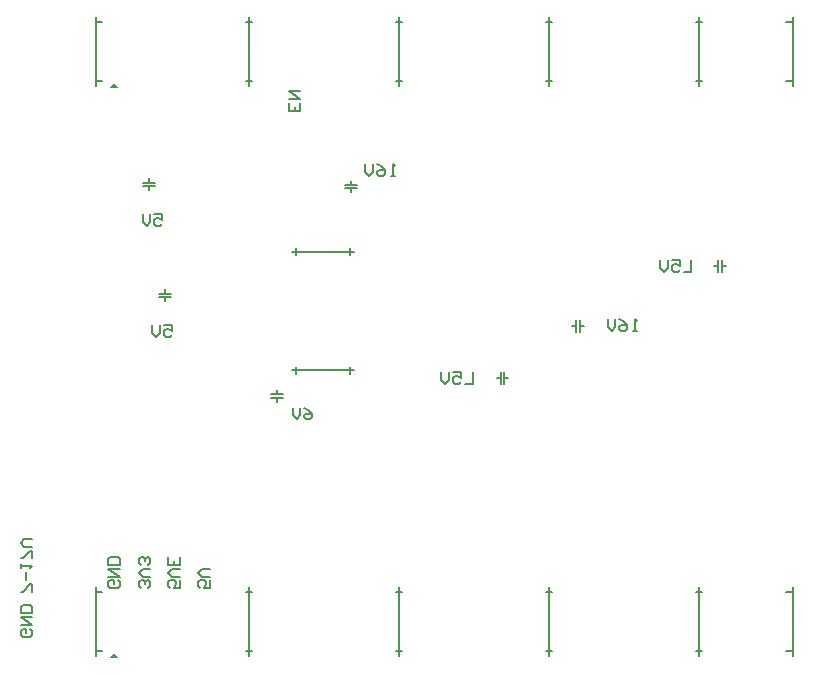
<source format=gbr>
%TF.GenerationSoftware,Altium Limited,Altium Designer,25.4.2 (15)*%
G04 Layer_Color=32896*
%FSLAX45Y45*%
%MOMM*%
%TF.SameCoordinates,EE14137D-E0DD-4410-96C1-A075B8BE80D9*%
%TF.FilePolarity,Positive*%
%TF.FileFunction,Legend,Bot*%
%TF.Part,Single*%
G01*
G75*
%TA.AperFunction,NonConductor*%
%ADD96C,0.20000*%
%ADD97C,0.15000*%
G36*
X2032000Y50500D02*
X1999842Y10500D01*
X2064157D01*
X2032000Y50500D01*
D02*
G37*
G36*
Y4876500D02*
X1999842Y4836500D01*
X2064157D01*
X2032000Y4876500D01*
D02*
G37*
D96*
X1882000Y570500D02*
X1932000D01*
X1880000Y25500D02*
Y610500D01*
X1882000Y65500D02*
X1932000D01*
X3175000Y25500D02*
Y610500D01*
X3152000Y570500D02*
X3197000D01*
X3152000Y65500D02*
X3197000D01*
X3175000Y34500D02*
Y599500D01*
X3152000Y65500D02*
X3197000D01*
X3152000Y570500D02*
X3197000D01*
X7723000D02*
X7773000D01*
X7723000Y65500D02*
X7773000D01*
X7777000Y25500D02*
Y610500D01*
X4445000Y25500D02*
Y610500D01*
X4422000Y570500D02*
X4467000D01*
X4422000Y65500D02*
X4467000D01*
X4445000Y34500D02*
Y599500D01*
X4422000Y65500D02*
X4467000D01*
X4422000Y570500D02*
X4467000D01*
X5715000Y25500D02*
Y610500D01*
X5692000Y570500D02*
X5737000D01*
X5692000Y65500D02*
X5737000D01*
X5715000Y34500D02*
Y599500D01*
X5692000Y65500D02*
X5737000D01*
X5692000Y570500D02*
X5737000D01*
X6985000Y25500D02*
Y610500D01*
X6962000Y570500D02*
X7007000D01*
X6962000Y65500D02*
X7007000D01*
X6985000Y34500D02*
Y599500D01*
X6962000Y65500D02*
X7007000D01*
X6962000Y570500D02*
X7007000D01*
X1882000Y5396500D02*
X1932000D01*
X1880000Y4851500D02*
Y5436500D01*
X1882000Y4891500D02*
X1932000D01*
X3175000Y4851500D02*
Y5436500D01*
X3152000Y5396500D02*
X3197000D01*
X3152000Y4891500D02*
X3197000D01*
X3175000Y4860500D02*
Y5425500D01*
X3152000Y4891500D02*
X3197000D01*
X3152000Y5396500D02*
X3197000D01*
X7723000D02*
X7773000D01*
X7723000Y4891500D02*
X7773000D01*
X7777000Y4851500D02*
Y5436500D01*
X4445000Y4851500D02*
Y5436500D01*
X4422000Y5396500D02*
X4467000D01*
X4422000Y4891500D02*
X4467000D01*
X4445000Y4860500D02*
Y5425500D01*
X4422000Y4891500D02*
X4467000D01*
X4422000Y5396500D02*
X4467000D01*
X5715000Y4851500D02*
Y5436500D01*
X5692000Y5396500D02*
X5737000D01*
X5692000Y4891500D02*
X5737000D01*
X5715000Y4860500D02*
Y5425500D01*
X5692000Y4891500D02*
X5737000D01*
X5692000Y5396500D02*
X5737000D01*
X6985000Y4851500D02*
Y5436500D01*
X6962000Y5396500D02*
X7007000D01*
X6962000Y4891500D02*
X7007000D01*
X6985000Y4860500D02*
Y5425500D01*
X6962000Y4891500D02*
X7007000D01*
X6962000Y5396500D02*
X7007000D01*
X4030000Y3418000D02*
Y3478000D01*
X3570000Y3418000D02*
Y3478000D01*
X3540000Y3448000D02*
X4060000D01*
X4030000Y2417999D02*
Y2477999D01*
X3570000Y2417999D02*
Y2477999D01*
X3540000Y2447999D02*
X4060000D01*
X1339968Y570000D02*
Y636645D01*
X1323306D01*
X1256661Y570000D01*
X1240000D01*
X1289984Y669968D02*
Y736613D01*
X1240000Y769935D02*
Y803258D01*
Y786597D01*
X1339968D01*
X1323306Y769935D01*
X1339968Y853242D02*
Y919887D01*
X1323306D01*
X1256661Y853242D01*
X1240000D01*
X1339968Y953210D02*
X1273323D01*
X1240000Y986532D01*
X1273323Y1019855D01*
X1339968D01*
X6920000Y3379968D02*
Y3280000D01*
X6853355D01*
X6753387Y3379968D02*
X6820032D01*
Y3329984D01*
X6786710Y3346645D01*
X6770048D01*
X6753387Y3329984D01*
Y3296661D01*
X6770048Y3280000D01*
X6803371D01*
X6820032Y3296661D01*
X6720065Y3379968D02*
Y3313323D01*
X6686742Y3280000D01*
X6653420Y3313323D01*
Y3379968D01*
X4410000Y4090000D02*
X4376678D01*
X4393339D01*
Y4189968D01*
X4410000Y4173306D01*
X4260049Y4189968D02*
X4293371Y4173306D01*
X4326694Y4139984D01*
Y4106661D01*
X4310032Y4090000D01*
X4276710D01*
X4260049Y4106661D01*
Y4123322D01*
X4276710Y4139984D01*
X4326694D01*
X4226726Y4189968D02*
Y4123322D01*
X4193403Y4090000D01*
X4160081Y4123322D01*
Y4189968D01*
X2373355Y3769968D02*
X2440000D01*
Y3719984D01*
X2406677Y3736645D01*
X2390016D01*
X2373355Y3719984D01*
Y3686661D01*
X2390016Y3670000D01*
X2423339D01*
X2440000Y3686661D01*
X2340032Y3769968D02*
Y3703323D01*
X2306710Y3670000D01*
X2273387Y3703323D01*
Y3769968D01*
X2453355Y2829968D02*
X2520000D01*
Y2779984D01*
X2486678Y2796645D01*
X2470016D01*
X2453355Y2779984D01*
Y2746661D01*
X2470016Y2730000D01*
X2503339D01*
X2520000Y2746661D01*
X2420032Y2829968D02*
Y2763322D01*
X2386710Y2730000D01*
X2353387Y2763322D01*
Y2829968D01*
X3643355Y2129968D02*
X3676677Y2113306D01*
X3710000Y2079984D01*
Y2046661D01*
X3693339Y2030000D01*
X3660016D01*
X3643355Y2046661D01*
Y2063323D01*
X3660016Y2079984D01*
X3710000D01*
X3610032Y2129968D02*
Y2063323D01*
X3576710Y2030000D01*
X3543387Y2063323D01*
Y2129968D01*
X5070000Y2429968D02*
Y2330000D01*
X5003355D01*
X4903387Y2429968D02*
X4970032D01*
Y2379984D01*
X4936710Y2396645D01*
X4920048D01*
X4903387Y2379984D01*
Y2346661D01*
X4920048Y2330000D01*
X4953371D01*
X4970032Y2346661D01*
X4870064Y2429968D02*
Y2363322D01*
X4836742Y2330000D01*
X4803419Y2363322D01*
Y2429968D01*
X6460000Y2780000D02*
X6426678D01*
X6443339D01*
Y2879968D01*
X6460000Y2863306D01*
X6310049Y2879968D02*
X6343371Y2863306D01*
X6376694Y2829984D01*
Y2796661D01*
X6360032Y2780000D01*
X6326710D01*
X6310049Y2796661D01*
Y2813323D01*
X6326710Y2829984D01*
X6376694D01*
X6276726Y2879968D02*
Y2813323D01*
X6243403Y2780000D01*
X6210081Y2813323D01*
Y2879968D01*
X1323306Y256645D02*
X1339968Y239984D01*
Y206661D01*
X1323306Y190000D01*
X1256661D01*
X1240000Y206661D01*
Y239984D01*
X1256661Y256645D01*
X1289984D01*
Y223322D01*
X1240000Y289967D02*
X1339968D01*
X1240000Y356612D01*
X1339968D01*
Y389935D02*
X1240000D01*
Y439919D01*
X1256661Y456580D01*
X1323306D01*
X1339968Y439919D01*
Y389935D01*
X3609968Y4706645D02*
Y4640000D01*
X3510000D01*
Y4706645D01*
X3559984Y4640000D02*
Y4673322D01*
X3510000Y4739967D02*
X3609968D01*
X3510000Y4806612D01*
X3609968D01*
X2839968Y666645D02*
Y600000D01*
X2789984D01*
X2806645Y633322D01*
Y649983D01*
X2789984Y666645D01*
X2756661D01*
X2740000Y649983D01*
Y616661D01*
X2756661Y600000D01*
X2839968Y699967D02*
X2773322D01*
X2740000Y733290D01*
X2773322Y766612D01*
X2839968D01*
X2589968Y666645D02*
Y600000D01*
X2539984D01*
X2556645Y633322D01*
Y649983D01*
X2539984Y666645D01*
X2506661D01*
X2490000Y649983D01*
Y616661D01*
X2506661Y600000D01*
X2589968Y699967D02*
X2523322D01*
X2490000Y733290D01*
X2523322Y766612D01*
X2589968D01*
Y866580D02*
Y799935D01*
X2490000D01*
Y866580D01*
X2539984Y799935D02*
Y833258D01*
X2323306Y600000D02*
X2339968Y616661D01*
Y649983D01*
X2323306Y666645D01*
X2306645D01*
X2289984Y649983D01*
Y633322D01*
Y649983D01*
X2273322Y666645D01*
X2256661D01*
X2240000Y649983D01*
Y616661D01*
X2256661Y600000D01*
X2339968Y699967D02*
X2273322D01*
X2240000Y733290D01*
X2273322Y766612D01*
X2339968D01*
X2323306Y799935D02*
X2339968Y816597D01*
Y849919D01*
X2323306Y866580D01*
X2306645D01*
X2289984Y849919D01*
Y833258D01*
Y849919D01*
X2273322Y866580D01*
X2256661D01*
X2240000Y849919D01*
Y816597D01*
X2256661Y799935D01*
X2063306Y666645D02*
X2079968Y649983D01*
Y616661D01*
X2063306Y600000D01*
X1996661D01*
X1980000Y616661D01*
Y649983D01*
X1996661Y666645D01*
X2029984D01*
Y633322D01*
X1980000Y699967D02*
X2079968D01*
X1980000Y766612D01*
X2079968D01*
Y799935D02*
X1980000D01*
Y849919D01*
X1996661Y866580D01*
X2063306D01*
X2079968Y849919D01*
Y799935D01*
D97*
X4038072Y4017450D02*
X4038146Y4052450D01*
Y3952450D02*
Y3987450D01*
X3988073D02*
X4088072D01*
X3988073Y4017450D02*
X4088072D01*
X5270000Y2380073D02*
X5305000Y2380000D01*
X5335000Y2380073D02*
X5370000D01*
X5335000Y2330000D02*
Y2430000D01*
X5305000Y2330000D02*
Y2430000D01*
X2459927Y3030000D02*
X2460000Y3065000D01*
X2459927Y3095000D02*
Y3130000D01*
X2410000Y3095000D02*
X2510000D01*
X2410000Y3065000D02*
X2510000D01*
X2329927Y3970000D02*
X2330000Y4005000D01*
X2329927Y4035000D02*
Y4070000D01*
X2280000Y4035000D02*
X2380000D01*
X2280000Y4005000D02*
X2380000D01*
X7110000Y3330073D02*
X7145000Y3330000D01*
X7175000Y3330073D02*
X7210000D01*
X7175000Y3280000D02*
Y3380000D01*
X7145000Y3280000D02*
Y3380000D01*
X3409927Y2180000D02*
X3410000Y2215000D01*
X3409927Y2245000D02*
Y2280000D01*
X3360000Y2245000D02*
X3460000D01*
X3360000Y2215000D02*
X3460000D01*
X5975000Y2820000D02*
X6010000Y2819927D01*
X5910000D02*
X5945000D01*
Y2770000D02*
Y2870000D01*
X5975000Y2770000D02*
Y2870000D01*
%TF.MD5,b419fcc119a179de8628b59e68f3e5c3*%
M02*

</source>
